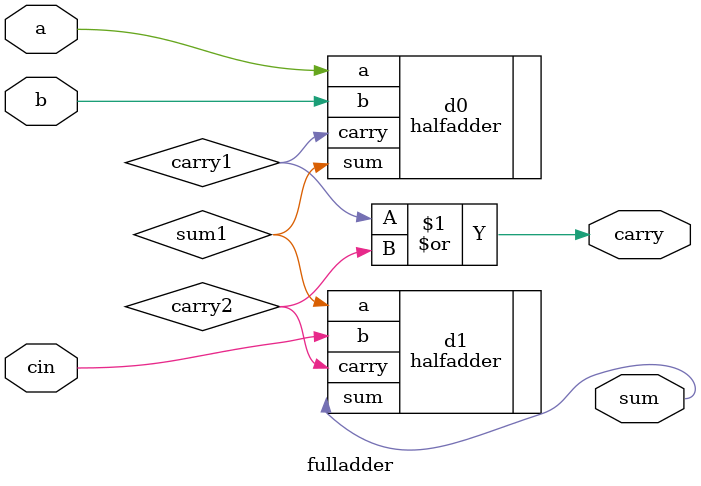
<source format=v>
module fulladder(sum,carry,a,b,cin);
input a,b,cin;
output sum,carry;
wire sum1,sum2,carry1,carry2;
halfadder d0(.a(a),.b(b),.sum(sum1),.carry(carry1));
halfadder d1(.a(sum1),.b(cin),.sum(sum),.carry(carry2));
assign carry=carry1|carry2;
endmodule

</source>
